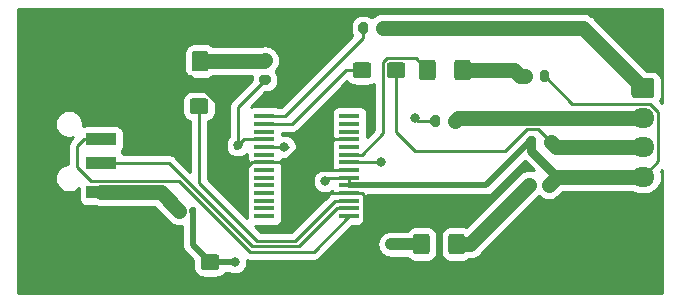
<source format=gtl>
%TF.GenerationSoftware,KiCad,Pcbnew,(5.1.8)-1*%
%TF.CreationDate,2021-08-17T23:37:39+02:00*%
%TF.ProjectId,USB_TLL,5553425f-544c-44c2-9e6b-696361645f70,rev?*%
%TF.SameCoordinates,Original*%
%TF.FileFunction,Copper,L1,Top*%
%TF.FilePolarity,Positive*%
%FSLAX46Y46*%
G04 Gerber Fmt 4.6, Leading zero omitted, Abs format (unit mm)*
G04 Created by KiCad (PCBNEW (5.1.8)-1) date 2021-08-17 23:37:39*
%MOMM*%
%LPD*%
G01*
G04 APERTURE LIST*
%TA.AperFunction,ComponentPad*%
%ADD10O,1.950000X1.700000*%
%TD*%
%TA.AperFunction,SMDPad,CuDef*%
%ADD11R,1.750000X0.450000*%
%TD*%
%TA.AperFunction,ComponentPad*%
%ADD12O,3.500000X1.900000*%
%TD*%
%TA.AperFunction,SMDPad,CuDef*%
%ADD13R,2.500000X1.100000*%
%TD*%
%TA.AperFunction,ViaPad*%
%ADD14C,0.800000*%
%TD*%
%TA.AperFunction,Conductor*%
%ADD15C,1.270000*%
%TD*%
%TA.AperFunction,Conductor*%
%ADD16C,0.250000*%
%TD*%
%TA.AperFunction,Conductor*%
%ADD17C,0.762000*%
%TD*%
%TA.AperFunction,Conductor*%
%ADD18C,0.508000*%
%TD*%
%TA.AperFunction,Conductor*%
%ADD19C,1.016000*%
%TD*%
%TA.AperFunction,Conductor*%
%ADD20C,0.254000*%
%TD*%
%TA.AperFunction,Conductor*%
%ADD21C,0.100000*%
%TD*%
G04 APERTURE END LIST*
D10*
%TO.P,J2,5*%
%TO.N,GND*%
X141224000Y-71976000D03*
%TO.P,J2,4*%
%TO.N,+5V*%
X141224000Y-69476000D03*
%TO.P,J2,3*%
%TO.N,Net-(C3-Pad1)*%
X141224000Y-66976000D03*
%TO.P,J2,2*%
%TO.N,Net-(J2-Pad2)*%
X141224000Y-64476000D03*
%TO.P,J2,1*%
%TO.N,Net-(J2-Pad1)*%
%TA.AperFunction,ComponentPad*%
G36*
G01*
X140499000Y-61126000D02*
X141949000Y-61126000D01*
G75*
G02*
X142199000Y-61376000I0J-250000D01*
G01*
X142199000Y-62576000D01*
G75*
G02*
X141949000Y-62826000I-250000J0D01*
G01*
X140499000Y-62826000D01*
G75*
G02*
X140249000Y-62576000I0J250000D01*
G01*
X140249000Y-61376000D01*
G75*
G02*
X140499000Y-61126000I250000J0D01*
G01*
G37*
%TD.AperFunction*%
%TD*%
D11*
%TO.P,U1,28*%
%TO.N,Net-(U1-Pad28)*%
X116376000Y-64355000D03*
%TO.P,U1,27*%
%TO.N,Net-(U1-Pad27)*%
X116376000Y-65005000D03*
%TO.P,U1,26*%
%TO.N,Net-(U1-Pad26)*%
X116376000Y-65655000D03*
%TO.P,U1,25*%
%TO.N,GND*%
X116376000Y-66305000D03*
%TO.P,U1,24*%
%TO.N,N/C*%
X116376000Y-66955000D03*
%TO.P,U1,23*%
%TO.N,Net-(Rx1-Pad1)*%
X116376000Y-67605000D03*
%TO.P,U1,22*%
%TO.N,Net-(Tx1-Pad1)*%
X116376000Y-68255000D03*
%TO.P,U1,21*%
%TO.N,GND*%
X116376000Y-68905000D03*
%TO.P,U1,20*%
%TO.N,+5V*%
X116376000Y-69555000D03*
%TO.P,U1,19*%
X116376000Y-70205000D03*
%TO.P,U1,18*%
%TO.N,GND*%
X116376000Y-70855000D03*
%TO.P,U1,17*%
%TO.N,Net-(C2-Pad1)*%
X116376000Y-71505000D03*
%TO.P,U1,16*%
%TO.N,Net-(J1-Pad2)*%
X116376000Y-72155000D03*
%TO.P,U1,15*%
%TO.N,Net-(J1-Pad3)*%
X116376000Y-72805000D03*
%TO.P,U1,14*%
%TO.N,Net-(U1-Pad14)*%
X109176000Y-72805000D03*
%TO.P,U1,13*%
%TO.N,Net-(U1-Pad13)*%
X109176000Y-72155000D03*
%TO.P,U1,12*%
%TO.N,Net-(U1-Pad12)*%
X109176000Y-71505000D03*
%TO.P,U1,11*%
%TO.N,Net-(U1-Pad11)*%
X109176000Y-70855000D03*
%TO.P,U1,10*%
%TO.N,Net-(U1-Pad10)*%
X109176000Y-70205000D03*
%TO.P,U1,9*%
%TO.N,Net-(U1-Pad9)*%
X109176000Y-69555000D03*
%TO.P,U1,8*%
%TO.N,N/C*%
X109176000Y-68905000D03*
%TO.P,U1,7*%
%TO.N,GND*%
X109176000Y-68255000D03*
%TO.P,U1,6*%
%TO.N,Net-(U1-Pad6)*%
X109176000Y-67605000D03*
%TO.P,U1,5*%
%TO.N,Net-(R2-Pad2)*%
X109176000Y-66955000D03*
%TO.P,U1,4*%
%TO.N,+5V*%
X109176000Y-66305000D03*
%TO.P,U1,3*%
%TO.N,Net-(U1-Pad3)*%
X109176000Y-65655000D03*
%TO.P,U1,2*%
%TO.N,Net-(C3-Pad2)*%
X109176000Y-65005000D03*
%TO.P,U1,1*%
%TO.N,Net-(R1-Pad2)*%
X109176000Y-64355000D03*
%TD*%
%TO.P,Tx1,2*%
%TO.N,Net-(R5-Pad2)*%
%TA.AperFunction,SMDPad,CuDef*%
G36*
G01*
X124727000Y-75809000D02*
X124727000Y-74559000D01*
G75*
G02*
X124977000Y-74309000I250000J0D01*
G01*
X125902000Y-74309000D01*
G75*
G02*
X126152000Y-74559000I0J-250000D01*
G01*
X126152000Y-75809000D01*
G75*
G02*
X125902000Y-76059000I-250000J0D01*
G01*
X124977000Y-76059000D01*
G75*
G02*
X124727000Y-75809000I0J250000D01*
G01*
G37*
%TD.AperFunction*%
%TO.P,Tx1,1*%
%TO.N,Net-(Tx1-Pad1)*%
%TA.AperFunction,SMDPad,CuDef*%
G36*
G01*
X121752000Y-75809000D02*
X121752000Y-74559000D01*
G75*
G02*
X122002000Y-74309000I250000J0D01*
G01*
X122927000Y-74309000D01*
G75*
G02*
X123177000Y-74559000I0J-250000D01*
G01*
X123177000Y-75809000D01*
G75*
G02*
X122927000Y-76059000I-250000J0D01*
G01*
X122002000Y-76059000D01*
G75*
G02*
X121752000Y-75809000I0J250000D01*
G01*
G37*
%TD.AperFunction*%
%TD*%
%TO.P,Rx1,2*%
%TO.N,Net-(R4-Pad2)*%
%TA.AperFunction,SMDPad,CuDef*%
G36*
G01*
X125235000Y-61077000D02*
X125235000Y-59827000D01*
G75*
G02*
X125485000Y-59577000I250000J0D01*
G01*
X126410000Y-59577000D01*
G75*
G02*
X126660000Y-59827000I0J-250000D01*
G01*
X126660000Y-61077000D01*
G75*
G02*
X126410000Y-61327000I-250000J0D01*
G01*
X125485000Y-61327000D01*
G75*
G02*
X125235000Y-61077000I0J250000D01*
G01*
G37*
%TD.AperFunction*%
%TO.P,Rx1,1*%
%TO.N,Net-(Rx1-Pad1)*%
%TA.AperFunction,SMDPad,CuDef*%
G36*
G01*
X122260000Y-61077000D02*
X122260000Y-59827000D01*
G75*
G02*
X122510000Y-59577000I250000J0D01*
G01*
X123435000Y-59577000D01*
G75*
G02*
X123685000Y-59827000I0J-250000D01*
G01*
X123685000Y-61077000D01*
G75*
G02*
X123435000Y-61327000I-250000J0D01*
G01*
X122510000Y-61327000D01*
G75*
G02*
X122260000Y-61077000I0J250000D01*
G01*
G37*
%TD.AperFunction*%
%TD*%
%TO.P,R6,2*%
%TO.N,Net-(PWD1-Pad2)*%
%TA.AperFunction,SMDPad,CuDef*%
G36*
G01*
X109495000Y-60027000D02*
X108945000Y-60027000D01*
G75*
G02*
X108745000Y-59827000I0J200000D01*
G01*
X108745000Y-59427000D01*
G75*
G02*
X108945000Y-59227000I200000J0D01*
G01*
X109495000Y-59227000D01*
G75*
G02*
X109695000Y-59427000I0J-200000D01*
G01*
X109695000Y-59827000D01*
G75*
G02*
X109495000Y-60027000I-200000J0D01*
G01*
G37*
%TD.AperFunction*%
%TO.P,R6,1*%
%TO.N,+5V*%
%TA.AperFunction,SMDPad,CuDef*%
G36*
G01*
X109495000Y-61677000D02*
X108945000Y-61677000D01*
G75*
G02*
X108745000Y-61477000I0J200000D01*
G01*
X108745000Y-61077000D01*
G75*
G02*
X108945000Y-60877000I200000J0D01*
G01*
X109495000Y-60877000D01*
G75*
G02*
X109695000Y-61077000I0J-200000D01*
G01*
X109695000Y-61477000D01*
G75*
G02*
X109495000Y-61677000I-200000J0D01*
G01*
G37*
%TD.AperFunction*%
%TD*%
%TO.P,R5,2*%
%TO.N,Net-(R5-Pad2)*%
%TA.AperFunction,SMDPad,CuDef*%
G36*
G01*
X132000001Y-69885001D02*
X132000001Y-70435001D01*
G75*
G02*
X131800001Y-70635001I-200000J0D01*
G01*
X131400001Y-70635001D01*
G75*
G02*
X131200001Y-70435001I0J200000D01*
G01*
X131200001Y-69885001D01*
G75*
G02*
X131400001Y-69685001I200000J0D01*
G01*
X131800001Y-69685001D01*
G75*
G02*
X132000001Y-69885001I0J-200000D01*
G01*
G37*
%TD.AperFunction*%
%TO.P,R5,1*%
%TO.N,+5V*%
%TA.AperFunction,SMDPad,CuDef*%
G36*
G01*
X133650001Y-69885001D02*
X133650001Y-70435001D01*
G75*
G02*
X133450001Y-70635001I-200000J0D01*
G01*
X133050001Y-70635001D01*
G75*
G02*
X132850001Y-70435001I0J200000D01*
G01*
X132850001Y-69885001D01*
G75*
G02*
X133050001Y-69685001I200000J0D01*
G01*
X133450001Y-69685001D01*
G75*
G02*
X133650001Y-69885001I0J-200000D01*
G01*
G37*
%TD.AperFunction*%
%TD*%
%TO.P,R4,2*%
%TO.N,Net-(R4-Pad2)*%
%TA.AperFunction,SMDPad,CuDef*%
G36*
G01*
X131655000Y-60685000D02*
X131655000Y-61235000D01*
G75*
G02*
X131455000Y-61435000I-200000J0D01*
G01*
X131055000Y-61435000D01*
G75*
G02*
X130855000Y-61235000I0J200000D01*
G01*
X130855000Y-60685000D01*
G75*
G02*
X131055000Y-60485000I200000J0D01*
G01*
X131455000Y-60485000D01*
G75*
G02*
X131655000Y-60685000I0J-200000D01*
G01*
G37*
%TD.AperFunction*%
%TO.P,R4,1*%
%TO.N,+5V*%
%TA.AperFunction,SMDPad,CuDef*%
G36*
G01*
X133305000Y-60685000D02*
X133305000Y-61235000D01*
G75*
G02*
X133105000Y-61435000I-200000J0D01*
G01*
X132705000Y-61435000D01*
G75*
G02*
X132505000Y-61235000I0J200000D01*
G01*
X132505000Y-60685000D01*
G75*
G02*
X132705000Y-60485000I200000J0D01*
G01*
X133105000Y-60485000D01*
G75*
G02*
X133305000Y-60685000I0J-200000D01*
G01*
G37*
%TD.AperFunction*%
%TD*%
%TO.P,R3,2*%
%TO.N,Net-(C3-Pad1)*%
%TA.AperFunction,SMDPad,CuDef*%
G36*
G01*
X133013000Y-66823000D02*
X133013000Y-66273000D01*
G75*
G02*
X133213000Y-66073000I200000J0D01*
G01*
X133613000Y-66073000D01*
G75*
G02*
X133813000Y-66273000I0J-200000D01*
G01*
X133813000Y-66823000D01*
G75*
G02*
X133613000Y-67023000I-200000J0D01*
G01*
X133213000Y-67023000D01*
G75*
G02*
X133013000Y-66823000I0J200000D01*
G01*
G37*
%TD.AperFunction*%
%TO.P,R3,1*%
%TO.N,+5V*%
%TA.AperFunction,SMDPad,CuDef*%
G36*
G01*
X131363000Y-66823000D02*
X131363000Y-66273000D01*
G75*
G02*
X131563000Y-66073000I200000J0D01*
G01*
X131963000Y-66073000D01*
G75*
G02*
X132163000Y-66273000I0J-200000D01*
G01*
X132163000Y-66823000D01*
G75*
G02*
X131963000Y-67023000I-200000J0D01*
G01*
X131563000Y-67023000D01*
G75*
G02*
X131363000Y-66823000I0J200000D01*
G01*
G37*
%TD.AperFunction*%
%TD*%
%TO.P,R2,2*%
%TO.N,Net-(R2-Pad2)*%
%TA.AperFunction,SMDPad,CuDef*%
G36*
G01*
X124035000Y-64495000D02*
X124035000Y-65045000D01*
G75*
G02*
X123835000Y-65245000I-200000J0D01*
G01*
X123435000Y-65245000D01*
G75*
G02*
X123235000Y-65045000I0J200000D01*
G01*
X123235000Y-64495000D01*
G75*
G02*
X123435000Y-64295000I200000J0D01*
G01*
X123835000Y-64295000D01*
G75*
G02*
X124035000Y-64495000I0J-200000D01*
G01*
G37*
%TD.AperFunction*%
%TO.P,R2,1*%
%TO.N,Net-(J2-Pad2)*%
%TA.AperFunction,SMDPad,CuDef*%
G36*
G01*
X125685000Y-64495000D02*
X125685000Y-65045000D01*
G75*
G02*
X125485000Y-65245000I-200000J0D01*
G01*
X125085000Y-65245000D01*
G75*
G02*
X124885000Y-65045000I0J200000D01*
G01*
X124885000Y-64495000D01*
G75*
G02*
X125085000Y-64295000I200000J0D01*
G01*
X125485000Y-64295000D01*
G75*
G02*
X125685000Y-64495000I0J-200000D01*
G01*
G37*
%TD.AperFunction*%
%TD*%
%TO.P,R1,2*%
%TO.N,Net-(R1-Pad2)*%
%TA.AperFunction,SMDPad,CuDef*%
G36*
G01*
X117939000Y-56621000D02*
X117939000Y-57171000D01*
G75*
G02*
X117739000Y-57371000I-200000J0D01*
G01*
X117339000Y-57371000D01*
G75*
G02*
X117139000Y-57171000I0J200000D01*
G01*
X117139000Y-56621000D01*
G75*
G02*
X117339000Y-56421000I200000J0D01*
G01*
X117739000Y-56421000D01*
G75*
G02*
X117939000Y-56621000I0J-200000D01*
G01*
G37*
%TD.AperFunction*%
%TO.P,R1,1*%
%TO.N,Net-(J2-Pad1)*%
%TA.AperFunction,SMDPad,CuDef*%
G36*
G01*
X119589000Y-56621000D02*
X119589000Y-57171000D01*
G75*
G02*
X119389000Y-57371000I-200000J0D01*
G01*
X118989000Y-57371000D01*
G75*
G02*
X118789000Y-57171000I0J200000D01*
G01*
X118789000Y-56621000D01*
G75*
G02*
X118989000Y-56421000I200000J0D01*
G01*
X119389000Y-56421000D01*
G75*
G02*
X119589000Y-56621000I0J-200000D01*
G01*
G37*
%TD.AperFunction*%
%TD*%
%TO.P,PWD1,2*%
%TO.N,Net-(PWD1-Pad2)*%
%TA.AperFunction,SMDPad,CuDef*%
G36*
G01*
X103010000Y-60315000D02*
X103010000Y-59065000D01*
G75*
G02*
X103260000Y-58815000I250000J0D01*
G01*
X104185000Y-58815000D01*
G75*
G02*
X104435000Y-59065000I0J-250000D01*
G01*
X104435000Y-60315000D01*
G75*
G02*
X104185000Y-60565000I-250000J0D01*
G01*
X103260000Y-60565000D01*
G75*
G02*
X103010000Y-60315000I0J250000D01*
G01*
G37*
%TD.AperFunction*%
%TO.P,PWD1,1*%
%TO.N,GND*%
%TA.AperFunction,SMDPad,CuDef*%
G36*
G01*
X100035000Y-60315000D02*
X100035000Y-59065000D01*
G75*
G02*
X100285000Y-58815000I250000J0D01*
G01*
X101210000Y-58815000D01*
G75*
G02*
X101460000Y-59065000I0J-250000D01*
G01*
X101460000Y-60315000D01*
G75*
G02*
X101210000Y-60565000I-250000J0D01*
G01*
X100285000Y-60565000D01*
G75*
G02*
X100035000Y-60315000I0J250000D01*
G01*
G37*
%TD.AperFunction*%
%TD*%
D12*
%TO.P,J1,5*%
%TO.N,GND*%
X92625000Y-61610000D03*
X92625000Y-73010000D03*
D13*
%TO.P,J1,4*%
X95375000Y-63810000D03*
%TO.P,J1,1*%
%TO.N,Net-(F1-Pad2)*%
X95375000Y-70810000D03*
%TO.P,J1,3*%
%TO.N,Net-(J1-Pad3)*%
X95375000Y-66310000D03*
%TO.P,J1,2*%
%TO.N,Net-(J1-Pad2)*%
X95375000Y-68310000D03*
%TD*%
%TO.P,F1,2*%
%TO.N,Net-(F1-Pad2)*%
%TA.AperFunction,SMDPad,CuDef*%
G36*
G01*
X102426000Y-72217500D02*
X102426000Y-72562500D01*
G75*
G02*
X102278500Y-72710000I-147500J0D01*
G01*
X101983500Y-72710000D01*
G75*
G02*
X101836000Y-72562500I0J147500D01*
G01*
X101836000Y-72217500D01*
G75*
G02*
X101983500Y-72070000I147500J0D01*
G01*
X102278500Y-72070000D01*
G75*
G02*
X102426000Y-72217500I0J-147500D01*
G01*
G37*
%TD.AperFunction*%
%TO.P,F1,1*%
%TO.N,+5V*%
%TA.AperFunction,SMDPad,CuDef*%
G36*
G01*
X103396000Y-72217500D02*
X103396000Y-72562500D01*
G75*
G02*
X103248500Y-72710000I-147500J0D01*
G01*
X102953500Y-72710000D01*
G75*
G02*
X102806000Y-72562500I0J147500D01*
G01*
X102806000Y-72217500D01*
G75*
G02*
X102953500Y-72070000I147500J0D01*
G01*
X103248500Y-72070000D01*
G75*
G02*
X103396000Y-72217500I0J-147500D01*
G01*
G37*
%TD.AperFunction*%
%TD*%
%TO.P,C3,2*%
%TO.N,Net-(C3-Pad2)*%
%TA.AperFunction,SMDPad,CuDef*%
G36*
G01*
X118222000Y-60026999D02*
X118222000Y-60877001D01*
G75*
G02*
X117972001Y-61127000I-249999J0D01*
G01*
X116896999Y-61127000D01*
G75*
G02*
X116647000Y-60877001I0J249999D01*
G01*
X116647000Y-60026999D01*
G75*
G02*
X116896999Y-59777000I249999J0D01*
G01*
X117972001Y-59777000D01*
G75*
G02*
X118222000Y-60026999I0J-249999D01*
G01*
G37*
%TD.AperFunction*%
%TO.P,C3,1*%
%TO.N,Net-(C3-Pad1)*%
%TA.AperFunction,SMDPad,CuDef*%
G36*
G01*
X121097000Y-60026999D02*
X121097000Y-60877001D01*
G75*
G02*
X120847001Y-61127000I-249999J0D01*
G01*
X119771999Y-61127000D01*
G75*
G02*
X119522000Y-60877001I0J249999D01*
G01*
X119522000Y-60026999D01*
G75*
G02*
X119771999Y-59777000I249999J0D01*
G01*
X120847001Y-59777000D01*
G75*
G02*
X121097000Y-60026999I0J-249999D01*
G01*
G37*
%TD.AperFunction*%
%TD*%
%TO.P,C2,2*%
%TO.N,GND*%
%TA.AperFunction,SMDPad,CuDef*%
G36*
G01*
X101544500Y-63074999D02*
X101544500Y-63925001D01*
G75*
G02*
X101294501Y-64175000I-249999J0D01*
G01*
X100219499Y-64175000D01*
G75*
G02*
X99969500Y-63925001I0J249999D01*
G01*
X99969500Y-63074999D01*
G75*
G02*
X100219499Y-62825000I249999J0D01*
G01*
X101294501Y-62825000D01*
G75*
G02*
X101544500Y-63074999I0J-249999D01*
G01*
G37*
%TD.AperFunction*%
%TO.P,C2,1*%
%TO.N,Net-(C2-Pad1)*%
%TA.AperFunction,SMDPad,CuDef*%
G36*
G01*
X104419500Y-63074999D02*
X104419500Y-63925001D01*
G75*
G02*
X104169501Y-64175000I-249999J0D01*
G01*
X103094499Y-64175000D01*
G75*
G02*
X102844500Y-63925001I0J249999D01*
G01*
X102844500Y-63074999D01*
G75*
G02*
X103094499Y-62825000I249999J0D01*
G01*
X104169501Y-62825000D01*
G75*
G02*
X104419500Y-63074999I0J-249999D01*
G01*
G37*
%TD.AperFunction*%
%TD*%
%TO.P,C1,2*%
%TO.N,GND*%
%TA.AperFunction,SMDPad,CuDef*%
G36*
G01*
X102474000Y-76282999D02*
X102474000Y-77133001D01*
G75*
G02*
X102224001Y-77383000I-249999J0D01*
G01*
X101148999Y-77383000D01*
G75*
G02*
X100899000Y-77133001I0J249999D01*
G01*
X100899000Y-76282999D01*
G75*
G02*
X101148999Y-76033000I249999J0D01*
G01*
X102224001Y-76033000D01*
G75*
G02*
X102474000Y-76282999I0J-249999D01*
G01*
G37*
%TD.AperFunction*%
%TO.P,C1,1*%
%TO.N,+5V*%
%TA.AperFunction,SMDPad,CuDef*%
G36*
G01*
X105349000Y-76282999D02*
X105349000Y-77133001D01*
G75*
G02*
X105099001Y-77383000I-249999J0D01*
G01*
X104023999Y-77383000D01*
G75*
G02*
X103774000Y-77133001I0J249999D01*
G01*
X103774000Y-76282999D01*
G75*
G02*
X104023999Y-76033000I249999J0D01*
G01*
X105099001Y-76033000D01*
G75*
G02*
X105349000Y-76282999I0J-249999D01*
G01*
G37*
%TD.AperFunction*%
%TD*%
D14*
%TO.N,GND*%
X107247999Y-69147999D03*
X108712000Y-78740000D03*
%TO.N,+5V*%
X106680000Y-76708000D03*
X106934000Y-66802000D03*
X114300000Y-69850000D03*
%TO.N,Net-(R2-Pad2)*%
X121920000Y-64516000D03*
X110845000Y-66955000D03*
%TO.N,Net-(Tx1-Pad1)*%
X119055000Y-68255000D03*
X119888000Y-75184000D03*
%TD*%
D15*
%TO.N,GND*%
X93175000Y-61610000D02*
X95375000Y-63810000D01*
X92625000Y-61610000D02*
X93175000Y-61610000D01*
X100447000Y-63810000D02*
X100757000Y-63500000D01*
X95375000Y-63810000D02*
X100447000Y-63810000D01*
X100747500Y-63490500D02*
X100757000Y-63500000D01*
X100747500Y-59690000D02*
X100747500Y-63490500D01*
X92625000Y-73010000D02*
X92625000Y-73575000D01*
X95758000Y-76708000D02*
X101686500Y-76708000D01*
X92625000Y-73575000D02*
X95758000Y-76708000D01*
X141224000Y-71976000D02*
X141224000Y-72136000D01*
X141224000Y-72136000D02*
X134620000Y-78740000D01*
X103718500Y-78740000D02*
X101686500Y-76708000D01*
X134620000Y-78740000D02*
X108712000Y-78740000D01*
D16*
X108140998Y-68255000D02*
X107247999Y-69147999D01*
X109176000Y-68255000D02*
X108140998Y-68255000D01*
X107247999Y-69147999D02*
X107188000Y-69207998D01*
D15*
X108712000Y-78740000D02*
X103718500Y-78740000D01*
D16*
X107247999Y-69147999D02*
X105664000Y-67564000D01*
X105664000Y-63756310D02*
X102867690Y-60960000D01*
X105664000Y-67564000D02*
X105664000Y-63756310D01*
X102017500Y-60960000D02*
X100747500Y-59690000D01*
X102867690Y-60960000D02*
X102017500Y-60960000D01*
X112126002Y-78740000D02*
X108712000Y-78740000D01*
X117576001Y-73290001D02*
X112126002Y-78740000D01*
X117576001Y-71019999D02*
X117576001Y-73290001D01*
X117411002Y-70855000D02*
X117576001Y-71019999D01*
X116376000Y-70855000D02*
X117411002Y-70855000D01*
X110815000Y-68255000D02*
X109176000Y-68255000D01*
X112765000Y-66305000D02*
X110815000Y-68255000D01*
X116376000Y-66305000D02*
X112765000Y-66305000D01*
X111465000Y-68905000D02*
X110815000Y-68255000D01*
X116376000Y-68905000D02*
X111465000Y-68905000D01*
X113415000Y-70855000D02*
X111465000Y-68905000D01*
X116376000Y-70855000D02*
X113415000Y-70855000D01*
D15*
%TO.N,+5V*%
X133934002Y-69476000D02*
X133250001Y-70160001D01*
X141224000Y-69476000D02*
X133934002Y-69476000D01*
D17*
X131763000Y-67304998D02*
X133934002Y-69476000D01*
X131763000Y-66548000D02*
X131763000Y-67304998D01*
D18*
X131763000Y-66548000D02*
X131572000Y-66548000D01*
X127944001Y-70175999D02*
X116376000Y-70175999D01*
X131572000Y-66548000D02*
X127944001Y-70175999D01*
D16*
X135245990Y-63300990D02*
X132905000Y-60960000D01*
X141835705Y-63300990D02*
X135245990Y-63300990D01*
X142524010Y-63989295D02*
X141835705Y-63300990D01*
X142524010Y-68175990D02*
X142524010Y-63989295D01*
X141224000Y-69476000D02*
X142524010Y-68175990D01*
D18*
X103101000Y-75247500D02*
X103101000Y-72390000D01*
X104561500Y-76708000D02*
X103101000Y-75247500D01*
X104561500Y-76708000D02*
X106172000Y-76708000D01*
X106172000Y-76708000D02*
X106172000Y-76708000D01*
X106172000Y-76708000D02*
X106680000Y-76708000D01*
X106680000Y-76708000D02*
X106680000Y-76708000D01*
D16*
X109176000Y-66305000D02*
X107431000Y-66305000D01*
X107431000Y-66305000D02*
X106934000Y-66802000D01*
X106934000Y-66802000D02*
X106680000Y-67056000D01*
X106934000Y-63563000D02*
X106934000Y-66802000D01*
X109220000Y-61277000D02*
X106934000Y-63563000D01*
X116376000Y-70205000D02*
X116376000Y-69555000D01*
X116376000Y-69555000D02*
X114595000Y-69555000D01*
X114595000Y-69555000D02*
X114300000Y-69850000D01*
X114300000Y-69850000D02*
X114300000Y-69850000D01*
%TO.N,Net-(C2-Pad1)*%
X111760000Y-74930000D02*
X115185000Y-71505000D01*
X108585000Y-74930000D02*
X111760000Y-74930000D01*
X103632000Y-69977000D02*
X108585000Y-74930000D01*
X115185000Y-71505000D02*
X116376000Y-71505000D01*
X103632000Y-63500000D02*
X103632000Y-69977000D01*
%TO.N,Net-(C3-Pad2)*%
X117434500Y-60452000D02*
X116078000Y-60452000D01*
X111525000Y-65005000D02*
X109176000Y-65005000D01*
X116078000Y-60452000D02*
X111525000Y-65005000D01*
D15*
%TO.N,Net-(C3-Pad1)*%
X133841000Y-66976000D02*
X133413000Y-66548000D01*
X141224000Y-66976000D02*
X133841000Y-66976000D01*
D16*
X120309500Y-65699500D02*
X120309500Y-60452000D01*
X121920000Y-67310000D02*
X120309500Y-65699500D01*
X129540000Y-67310000D02*
X121920000Y-67310000D01*
X131413990Y-65436010D02*
X129540000Y-67310000D01*
X132301010Y-65436010D02*
X131413990Y-65436010D01*
X133413000Y-66548000D02*
X132301010Y-65436010D01*
D15*
%TO.N,Net-(F1-Pad2)*%
X100390990Y-70810000D02*
X101970990Y-72390000D01*
X95375000Y-70810000D02*
X100390990Y-70810000D01*
D16*
%TO.N,Net-(J1-Pad3)*%
X113350980Y-75830020D02*
X116376000Y-72805000D01*
X107948590Y-75830020D02*
X113350980Y-75830020D01*
X101968560Y-69849990D02*
X107948590Y-75830020D01*
X94529988Y-69849990D02*
X101968560Y-69849990D01*
X93345000Y-68665002D02*
X94529988Y-69849990D01*
X93345000Y-66840000D02*
X93345000Y-68665002D01*
X93875000Y-66310000D02*
X93345000Y-66840000D01*
X95375000Y-66310000D02*
X93875000Y-66310000D01*
%TO.N,Net-(J1-Pad2)*%
X101064980Y-68310000D02*
X100060000Y-68310000D01*
X112115988Y-75380010D02*
X108134990Y-75380010D01*
X115340998Y-72155000D02*
X112115988Y-75380010D01*
X116376000Y-72155000D02*
X115340998Y-72155000D01*
X108134990Y-75380010D02*
X101064980Y-68310000D01*
X95375000Y-68310000D02*
X100060000Y-68310000D01*
D15*
%TO.N,Net-(J2-Pad2)*%
X125579000Y-64476000D02*
X125285000Y-64770000D01*
X141224000Y-64476000D02*
X125579000Y-64476000D01*
%TO.N,Net-(J2-Pad1)*%
X136144000Y-56896000D02*
X141224000Y-61976000D01*
X119189000Y-56896000D02*
X136144000Y-56896000D01*
%TO.N,Net-(PWD1-Pad2)*%
X109157000Y-59690000D02*
X109220000Y-59627000D01*
X103722500Y-59690000D02*
X109157000Y-59690000D01*
D16*
%TO.N,Net-(R1-Pad2)*%
X117539000Y-56896000D02*
X117539000Y-57721000D01*
X110905000Y-64355000D02*
X109176000Y-64355000D01*
X117539000Y-57721000D02*
X110905000Y-64355000D01*
%TO.N,Net-(R2-Pad2)*%
X123635000Y-64770000D02*
X122174000Y-64770000D01*
X122174000Y-64770000D02*
X121920000Y-64516000D01*
X121920000Y-64516000D02*
X121920000Y-64516000D01*
X109176000Y-66955000D02*
X110845000Y-66955000D01*
X110845000Y-66955000D02*
X111151000Y-66955000D01*
D15*
%TO.N,Net-(R4-Pad2)*%
X126963500Y-60452000D02*
X130302000Y-60452000D01*
X130810000Y-60960000D02*
X131255000Y-60960000D01*
X130302000Y-60452000D02*
X130810000Y-60960000D01*
X126963500Y-60452000D02*
X125947500Y-60452000D01*
%TO.N,Net-(R5-Pad2)*%
X126576002Y-75184000D02*
X131600001Y-70160001D01*
X125439500Y-75184000D02*
X126576002Y-75184000D01*
D16*
%TO.N,Net-(Rx1-Pad1)*%
X117411002Y-67605000D02*
X116376000Y-67605000D01*
X119196990Y-65819012D02*
X117411002Y-67605000D01*
X119196990Y-59788820D02*
X119196990Y-65819012D01*
X119533820Y-59451990D02*
X119196990Y-59788820D01*
X121972490Y-59451990D02*
X119533820Y-59451990D01*
X122972500Y-60452000D02*
X121972490Y-59451990D01*
%TO.N,Net-(Tx1-Pad1)*%
X116376000Y-68255000D02*
X119055000Y-68255000D01*
X119055000Y-68255000D02*
X119055000Y-68255000D01*
D19*
X122464500Y-75184000D02*
X119888000Y-75184000D01*
%TD*%
D20*
%TO.N,GND*%
X142850001Y-63240484D02*
X142683572Y-63074056D01*
X142687405Y-63069386D01*
X142769472Y-62915850D01*
X142820008Y-62749254D01*
X142837072Y-62576000D01*
X142837072Y-61376000D01*
X142820008Y-61202746D01*
X142769472Y-61036150D01*
X142687405Y-60882614D01*
X142576962Y-60748038D01*
X142442386Y-60637595D01*
X142288850Y-60555528D01*
X142122254Y-60504992D01*
X141949000Y-60487928D01*
X141531980Y-60487928D01*
X137086141Y-56042091D01*
X137046370Y-55993630D01*
X136852988Y-55834925D01*
X136632359Y-55716997D01*
X136392963Y-55644377D01*
X136206380Y-55626000D01*
X136206373Y-55626000D01*
X136144000Y-55619857D01*
X136081627Y-55626000D01*
X119126620Y-55626000D01*
X118940037Y-55644377D01*
X118700641Y-55716997D01*
X118480012Y-55834925D01*
X118287938Y-55992556D01*
X118204608Y-55924169D01*
X118059716Y-55846722D01*
X117902500Y-55799031D01*
X117739000Y-55782928D01*
X117339000Y-55782928D01*
X117175500Y-55799031D01*
X117018284Y-55846722D01*
X116873392Y-55924169D01*
X116746394Y-56028394D01*
X116642169Y-56155392D01*
X116564722Y-56300284D01*
X116517031Y-56457500D01*
X116500928Y-56621000D01*
X116500928Y-57171000D01*
X116517031Y-57334500D01*
X116564722Y-57491716D01*
X116609573Y-57575625D01*
X110590199Y-63595000D01*
X110397144Y-63595000D01*
X110295180Y-63540498D01*
X110175482Y-63504188D01*
X110051000Y-63491928D01*
X108301000Y-63491928D01*
X108176518Y-63504188D01*
X108056820Y-63540498D01*
X108002002Y-63569799D01*
X109256730Y-62315072D01*
X109495000Y-62315072D01*
X109658500Y-62298969D01*
X109815716Y-62251278D01*
X109960608Y-62173831D01*
X110087606Y-62069606D01*
X110191831Y-61942608D01*
X110269278Y-61797716D01*
X110316969Y-61640500D01*
X110333072Y-61477000D01*
X110333072Y-61077000D01*
X110316969Y-60913500D01*
X110269278Y-60756284D01*
X110191831Y-60611392D01*
X110119632Y-60523418D01*
X110162134Y-60480916D01*
X110281074Y-60335988D01*
X110399002Y-60115359D01*
X110471623Y-59875963D01*
X110496143Y-59627001D01*
X110471623Y-59378038D01*
X110399002Y-59138642D01*
X110281074Y-58918013D01*
X110122369Y-58724631D01*
X109928987Y-58565926D01*
X109708358Y-58447998D01*
X109468962Y-58375377D01*
X109219999Y-58350857D01*
X108971037Y-58375377D01*
X108823937Y-58420000D01*
X104792201Y-58420000D01*
X104678386Y-58326595D01*
X104524850Y-58244528D01*
X104358254Y-58193992D01*
X104185000Y-58176928D01*
X103260000Y-58176928D01*
X103086746Y-58193992D01*
X102920150Y-58244528D01*
X102766614Y-58326595D01*
X102632038Y-58437038D01*
X102521595Y-58571614D01*
X102439528Y-58725150D01*
X102388992Y-58891746D01*
X102371928Y-59065000D01*
X102371928Y-60315000D01*
X102388992Y-60488254D01*
X102439528Y-60654850D01*
X102521595Y-60808386D01*
X102632038Y-60942962D01*
X102766614Y-61053405D01*
X102920150Y-61135472D01*
X103086746Y-61186008D01*
X103260000Y-61203072D01*
X104185000Y-61203072D01*
X104358254Y-61186008D01*
X104524850Y-61135472D01*
X104678386Y-61053405D01*
X104792201Y-60960000D01*
X108118451Y-60960000D01*
X108106928Y-61077000D01*
X108106928Y-61315270D01*
X106423003Y-62999196D01*
X106393999Y-63022999D01*
X106338871Y-63090174D01*
X106299026Y-63138724D01*
X106238402Y-63252143D01*
X106228454Y-63270754D01*
X106184997Y-63414015D01*
X106174000Y-63525668D01*
X106174000Y-63525678D01*
X106170324Y-63563000D01*
X106174000Y-63600323D01*
X106174001Y-66098288D01*
X106130063Y-66142226D01*
X106016795Y-66311744D01*
X105938774Y-66500102D01*
X105899000Y-66700061D01*
X105899000Y-66903939D01*
X105920604Y-67012549D01*
X105916324Y-67056000D01*
X105930998Y-67204985D01*
X105974454Y-67348246D01*
X106045026Y-67480276D01*
X106139999Y-67596001D01*
X106255724Y-67690974D01*
X106387754Y-67761546D01*
X106531015Y-67805002D01*
X106680000Y-67819676D01*
X106723451Y-67815396D01*
X106832061Y-67837000D01*
X107035939Y-67837000D01*
X107235898Y-67797226D01*
X107424256Y-67719205D01*
X107593774Y-67605937D01*
X107662928Y-67536783D01*
X107662928Y-67830000D01*
X107675188Y-67954482D01*
X107711498Y-68074180D01*
X107770463Y-68184494D01*
X107828326Y-68255000D01*
X107770463Y-68325506D01*
X107711498Y-68435820D01*
X107675188Y-68555518D01*
X107662928Y-68680000D01*
X107662928Y-69130000D01*
X107672777Y-69230000D01*
X107662928Y-69330000D01*
X107662928Y-69780000D01*
X107672777Y-69880000D01*
X107662928Y-69980000D01*
X107662928Y-70430000D01*
X107672777Y-70530000D01*
X107662928Y-70630000D01*
X107662928Y-71080000D01*
X107672777Y-71180000D01*
X107662928Y-71280000D01*
X107662928Y-71730000D01*
X107672777Y-71830000D01*
X107662928Y-71930000D01*
X107662928Y-72380000D01*
X107672777Y-72480000D01*
X107662928Y-72580000D01*
X107662928Y-72933126D01*
X104392000Y-69662199D01*
X104392000Y-64781070D01*
X104509351Y-64745472D01*
X104662887Y-64663405D01*
X104797462Y-64552962D01*
X104907905Y-64418387D01*
X104989972Y-64264851D01*
X105040508Y-64098255D01*
X105057572Y-63925001D01*
X105057572Y-63074999D01*
X105040508Y-62901745D01*
X104989972Y-62735149D01*
X104907905Y-62581613D01*
X104797462Y-62447038D01*
X104662887Y-62336595D01*
X104509351Y-62254528D01*
X104342755Y-62203992D01*
X104169501Y-62186928D01*
X103094499Y-62186928D01*
X102921245Y-62203992D01*
X102754649Y-62254528D01*
X102601113Y-62336595D01*
X102466538Y-62447038D01*
X102356095Y-62581613D01*
X102274028Y-62735149D01*
X102223492Y-62901745D01*
X102206428Y-63074999D01*
X102206428Y-63925001D01*
X102223492Y-64098255D01*
X102274028Y-64264851D01*
X102356095Y-64418387D01*
X102466538Y-64552962D01*
X102601113Y-64663405D01*
X102754649Y-64745472D01*
X102872000Y-64781070D01*
X102872001Y-69042220D01*
X101628784Y-67799003D01*
X101604981Y-67769999D01*
X101489256Y-67675026D01*
X101357227Y-67604454D01*
X101213966Y-67560997D01*
X101102313Y-67550000D01*
X101102302Y-67550000D01*
X101064980Y-67546324D01*
X101027658Y-67550000D01*
X97224870Y-67550000D01*
X97214502Y-67515820D01*
X97155537Y-67405506D01*
X97077158Y-67310000D01*
X97155537Y-67214494D01*
X97214502Y-67104180D01*
X97250812Y-66984482D01*
X97263072Y-66860000D01*
X97263072Y-65760000D01*
X97250812Y-65635518D01*
X97214502Y-65515820D01*
X97155537Y-65405506D01*
X97076185Y-65308815D01*
X96979494Y-65229463D01*
X96869180Y-65170498D01*
X96749482Y-65134188D01*
X96625000Y-65121928D01*
X94125000Y-65121928D01*
X94000518Y-65134188D01*
X93880820Y-65170498D01*
X93791829Y-65218066D01*
X93810000Y-65126712D01*
X93810000Y-64893288D01*
X93764461Y-64664348D01*
X93675134Y-64448692D01*
X93545450Y-64254606D01*
X93380394Y-64089550D01*
X93186308Y-63959866D01*
X92970652Y-63870539D01*
X92741712Y-63825000D01*
X92508288Y-63825000D01*
X92279348Y-63870539D01*
X92063692Y-63959866D01*
X91869606Y-64089550D01*
X91704550Y-64254606D01*
X91574866Y-64448692D01*
X91485539Y-64664348D01*
X91440000Y-64893288D01*
X91440000Y-65126712D01*
X91485539Y-65355652D01*
X91574866Y-65571308D01*
X91704550Y-65765394D01*
X91869606Y-65930450D01*
X92063692Y-66060134D01*
X92279348Y-66149461D01*
X92508288Y-66195000D01*
X92741712Y-66195000D01*
X92958276Y-66151923D01*
X92834002Y-66276197D01*
X92804999Y-66299999D01*
X92764926Y-66348829D01*
X92710026Y-66415724D01*
X92651853Y-66524558D01*
X92639454Y-66547754D01*
X92595997Y-66691015D01*
X92585000Y-66802668D01*
X92585000Y-66802678D01*
X92581324Y-66840000D01*
X92585000Y-66877323D01*
X92585001Y-68425000D01*
X92508288Y-68425000D01*
X92279348Y-68470539D01*
X92063692Y-68559866D01*
X91869606Y-68689550D01*
X91704550Y-68854606D01*
X91574866Y-69048692D01*
X91485539Y-69264348D01*
X91440000Y-69493288D01*
X91440000Y-69726712D01*
X91485539Y-69955652D01*
X91574866Y-70171308D01*
X91704550Y-70365394D01*
X91869606Y-70530450D01*
X92063692Y-70660134D01*
X92279348Y-70749461D01*
X92508288Y-70795000D01*
X92741712Y-70795000D01*
X92970652Y-70749461D01*
X93186308Y-70660134D01*
X93380394Y-70530450D01*
X93486928Y-70423916D01*
X93486928Y-71360000D01*
X93499188Y-71484482D01*
X93535498Y-71604180D01*
X93594463Y-71714494D01*
X93673815Y-71811185D01*
X93770506Y-71890537D01*
X93880820Y-71949502D01*
X94000518Y-71985812D01*
X94125000Y-71998072D01*
X94916537Y-71998072D01*
X95126037Y-72061623D01*
X95312620Y-72080000D01*
X99864940Y-72080000D01*
X101117073Y-73332134D01*
X101262002Y-73451074D01*
X101482630Y-73569002D01*
X101722026Y-73641623D01*
X101970989Y-73666143D01*
X102212001Y-73642406D01*
X102212000Y-75203840D01*
X102207700Y-75247500D01*
X102212000Y-75291160D01*
X102212000Y-75291166D01*
X102220751Y-75380010D01*
X102224864Y-75421774D01*
X102244316Y-75485898D01*
X102275697Y-75589350D01*
X102358247Y-75743790D01*
X102469341Y-75879159D01*
X102503264Y-75906999D01*
X103135928Y-76539663D01*
X103135928Y-77133001D01*
X103152992Y-77306255D01*
X103203528Y-77472851D01*
X103285595Y-77626387D01*
X103396038Y-77760962D01*
X103530613Y-77871405D01*
X103684149Y-77953472D01*
X103850745Y-78004008D01*
X104023999Y-78021072D01*
X105099001Y-78021072D01*
X105272255Y-78004008D01*
X105438851Y-77953472D01*
X105592387Y-77871405D01*
X105726962Y-77760962D01*
X105837405Y-77626387D01*
X105853113Y-77597000D01*
X106147532Y-77597000D01*
X106189744Y-77625205D01*
X106378102Y-77703226D01*
X106578061Y-77743000D01*
X106781939Y-77743000D01*
X106981898Y-77703226D01*
X107170256Y-77625205D01*
X107339774Y-77511937D01*
X107483937Y-77367774D01*
X107597205Y-77198256D01*
X107675226Y-77009898D01*
X107715000Y-76809939D01*
X107715000Y-76606061D01*
X107703844Y-76549975D01*
X107799604Y-76579023D01*
X107948590Y-76593697D01*
X107985923Y-76590020D01*
X113313658Y-76590020D01*
X113350980Y-76593696D01*
X113388302Y-76590020D01*
X113388313Y-76590020D01*
X113499966Y-76579023D01*
X113643227Y-76535566D01*
X113775256Y-76464994D01*
X113890981Y-76370021D01*
X113914784Y-76341017D01*
X115071801Y-75184000D01*
X118739470Y-75184000D01*
X118761539Y-75408067D01*
X118826897Y-75623523D01*
X118933032Y-75822089D01*
X119075867Y-75996133D01*
X119249911Y-76138968D01*
X119448477Y-76245103D01*
X119663933Y-76310461D01*
X119831854Y-76327000D01*
X121283795Y-76327000D01*
X121374038Y-76436962D01*
X121508614Y-76547405D01*
X121662150Y-76629472D01*
X121828746Y-76680008D01*
X122002000Y-76697072D01*
X122927000Y-76697072D01*
X123100254Y-76680008D01*
X123266850Y-76629472D01*
X123420386Y-76547405D01*
X123554962Y-76436962D01*
X123665405Y-76302386D01*
X123747472Y-76148850D01*
X123798008Y-75982254D01*
X123815072Y-75809000D01*
X123815072Y-74559000D01*
X123798008Y-74385746D01*
X123747472Y-74219150D01*
X123665405Y-74065614D01*
X123554962Y-73931038D01*
X123420386Y-73820595D01*
X123266850Y-73738528D01*
X123100254Y-73687992D01*
X122927000Y-73670928D01*
X122002000Y-73670928D01*
X121828746Y-73687992D01*
X121662150Y-73738528D01*
X121508614Y-73820595D01*
X121374038Y-73931038D01*
X121283795Y-74041000D01*
X119831854Y-74041000D01*
X119663933Y-74057539D01*
X119448477Y-74122897D01*
X119249911Y-74229032D01*
X119075867Y-74371867D01*
X118933032Y-74545911D01*
X118826897Y-74744477D01*
X118761539Y-74959933D01*
X118739470Y-75184000D01*
X115071801Y-75184000D01*
X116587730Y-73668072D01*
X117251000Y-73668072D01*
X117375482Y-73655812D01*
X117495180Y-73619502D01*
X117605494Y-73560537D01*
X117702185Y-73481185D01*
X117781537Y-73384494D01*
X117840502Y-73274180D01*
X117876812Y-73154482D01*
X117889072Y-73030000D01*
X117889072Y-72580000D01*
X117879223Y-72480000D01*
X117889072Y-72380000D01*
X117889072Y-71930000D01*
X117879223Y-71830000D01*
X117889072Y-71730000D01*
X117889072Y-71280000D01*
X117876812Y-71155518D01*
X117849353Y-71064999D01*
X127900341Y-71064999D01*
X127944001Y-71069299D01*
X127987661Y-71064999D01*
X127987668Y-71064999D01*
X128118275Y-71052135D01*
X128285852Y-71001302D01*
X128440292Y-70918752D01*
X128575660Y-70807658D01*
X128603500Y-70773735D01*
X131199198Y-68178037D01*
X131964625Y-68943463D01*
X131848964Y-68908378D01*
X131600001Y-68883857D01*
X131351038Y-68908378D01*
X131111642Y-68980998D01*
X130891013Y-69098927D01*
X130746085Y-69217866D01*
X126229247Y-73734705D01*
X126075254Y-73687992D01*
X125902000Y-73670928D01*
X124977000Y-73670928D01*
X124803746Y-73687992D01*
X124637150Y-73738528D01*
X124483614Y-73820595D01*
X124349038Y-73931038D01*
X124238595Y-74065614D01*
X124156528Y-74219150D01*
X124105992Y-74385746D01*
X124088928Y-74559000D01*
X124088928Y-75809000D01*
X124105992Y-75982254D01*
X124156528Y-76148850D01*
X124238595Y-76302386D01*
X124349038Y-76436962D01*
X124483614Y-76547405D01*
X124637150Y-76629472D01*
X124803746Y-76680008D01*
X124977000Y-76697072D01*
X125902000Y-76697072D01*
X126075254Y-76680008D01*
X126241850Y-76629472D01*
X126395386Y-76547405D01*
X126509201Y-76454000D01*
X126513629Y-76454000D01*
X126576002Y-76460143D01*
X126638375Y-76454000D01*
X126638382Y-76454000D01*
X126824965Y-76435623D01*
X127064361Y-76363003D01*
X127284990Y-76245075D01*
X127478372Y-76086370D01*
X127518143Y-76037909D01*
X132427849Y-71128204D01*
X132541014Y-71221075D01*
X132761642Y-71339003D01*
X133001038Y-71411624D01*
X133250001Y-71436144D01*
X133498964Y-71411624D01*
X133738360Y-71339003D01*
X133958988Y-71221075D01*
X134103917Y-71102135D01*
X134460052Y-70746000D01*
X140324791Y-70746000D01*
X140527966Y-70854599D01*
X140807889Y-70939513D01*
X141026050Y-70961000D01*
X141421950Y-70961000D01*
X141640111Y-70939513D01*
X141920034Y-70854599D01*
X142178014Y-70716706D01*
X142404134Y-70531134D01*
X142589706Y-70305014D01*
X142727599Y-70047034D01*
X142812513Y-69767111D01*
X142841185Y-69476000D01*
X142812513Y-69184889D01*
X142760704Y-69014098D01*
X142850000Y-68924801D01*
X142850000Y-79350000D01*
X88290000Y-79350000D01*
X88290000Y-55270000D01*
X142850001Y-55270000D01*
X142850001Y-63240484D01*
%TA.AperFunction,Conductor*%
D21*
G36*
X142850001Y-63240484D02*
G01*
X142683572Y-63074056D01*
X142687405Y-63069386D01*
X142769472Y-62915850D01*
X142820008Y-62749254D01*
X142837072Y-62576000D01*
X142837072Y-61376000D01*
X142820008Y-61202746D01*
X142769472Y-61036150D01*
X142687405Y-60882614D01*
X142576962Y-60748038D01*
X142442386Y-60637595D01*
X142288850Y-60555528D01*
X142122254Y-60504992D01*
X141949000Y-60487928D01*
X141531980Y-60487928D01*
X137086141Y-56042091D01*
X137046370Y-55993630D01*
X136852988Y-55834925D01*
X136632359Y-55716997D01*
X136392963Y-55644377D01*
X136206380Y-55626000D01*
X136206373Y-55626000D01*
X136144000Y-55619857D01*
X136081627Y-55626000D01*
X119126620Y-55626000D01*
X118940037Y-55644377D01*
X118700641Y-55716997D01*
X118480012Y-55834925D01*
X118287938Y-55992556D01*
X118204608Y-55924169D01*
X118059716Y-55846722D01*
X117902500Y-55799031D01*
X117739000Y-55782928D01*
X117339000Y-55782928D01*
X117175500Y-55799031D01*
X117018284Y-55846722D01*
X116873392Y-55924169D01*
X116746394Y-56028394D01*
X116642169Y-56155392D01*
X116564722Y-56300284D01*
X116517031Y-56457500D01*
X116500928Y-56621000D01*
X116500928Y-57171000D01*
X116517031Y-57334500D01*
X116564722Y-57491716D01*
X116609573Y-57575625D01*
X110590199Y-63595000D01*
X110397144Y-63595000D01*
X110295180Y-63540498D01*
X110175482Y-63504188D01*
X110051000Y-63491928D01*
X108301000Y-63491928D01*
X108176518Y-63504188D01*
X108056820Y-63540498D01*
X108002002Y-63569799D01*
X109256730Y-62315072D01*
X109495000Y-62315072D01*
X109658500Y-62298969D01*
X109815716Y-62251278D01*
X109960608Y-62173831D01*
X110087606Y-62069606D01*
X110191831Y-61942608D01*
X110269278Y-61797716D01*
X110316969Y-61640500D01*
X110333072Y-61477000D01*
X110333072Y-61077000D01*
X110316969Y-60913500D01*
X110269278Y-60756284D01*
X110191831Y-60611392D01*
X110119632Y-60523418D01*
X110162134Y-60480916D01*
X110281074Y-60335988D01*
X110399002Y-60115359D01*
X110471623Y-59875963D01*
X110496143Y-59627001D01*
X110471623Y-59378038D01*
X110399002Y-59138642D01*
X110281074Y-58918013D01*
X110122369Y-58724631D01*
X109928987Y-58565926D01*
X109708358Y-58447998D01*
X109468962Y-58375377D01*
X109219999Y-58350857D01*
X108971037Y-58375377D01*
X108823937Y-58420000D01*
X104792201Y-58420000D01*
X104678386Y-58326595D01*
X104524850Y-58244528D01*
X104358254Y-58193992D01*
X104185000Y-58176928D01*
X103260000Y-58176928D01*
X103086746Y-58193992D01*
X102920150Y-58244528D01*
X102766614Y-58326595D01*
X102632038Y-58437038D01*
X102521595Y-58571614D01*
X102439528Y-58725150D01*
X102388992Y-58891746D01*
X102371928Y-59065000D01*
X102371928Y-60315000D01*
X102388992Y-60488254D01*
X102439528Y-60654850D01*
X102521595Y-60808386D01*
X102632038Y-60942962D01*
X102766614Y-61053405D01*
X102920150Y-61135472D01*
X103086746Y-61186008D01*
X103260000Y-61203072D01*
X104185000Y-61203072D01*
X104358254Y-61186008D01*
X104524850Y-61135472D01*
X104678386Y-61053405D01*
X104792201Y-60960000D01*
X108118451Y-60960000D01*
X108106928Y-61077000D01*
X108106928Y-61315270D01*
X106423003Y-62999196D01*
X106393999Y-63022999D01*
X106338871Y-63090174D01*
X106299026Y-63138724D01*
X106238402Y-63252143D01*
X106228454Y-63270754D01*
X106184997Y-63414015D01*
X106174000Y-63525668D01*
X106174000Y-63525678D01*
X106170324Y-63563000D01*
X106174000Y-63600323D01*
X106174001Y-66098288D01*
X106130063Y-66142226D01*
X106016795Y-66311744D01*
X105938774Y-66500102D01*
X105899000Y-66700061D01*
X105899000Y-66903939D01*
X105920604Y-67012549D01*
X105916324Y-67056000D01*
X105930998Y-67204985D01*
X105974454Y-67348246D01*
X106045026Y-67480276D01*
X106139999Y-67596001D01*
X106255724Y-67690974D01*
X106387754Y-67761546D01*
X106531015Y-67805002D01*
X106680000Y-67819676D01*
X106723451Y-67815396D01*
X106832061Y-67837000D01*
X107035939Y-67837000D01*
X107235898Y-67797226D01*
X107424256Y-67719205D01*
X107593774Y-67605937D01*
X107662928Y-67536783D01*
X107662928Y-67830000D01*
X107675188Y-67954482D01*
X107711498Y-68074180D01*
X107770463Y-68184494D01*
X107828326Y-68255000D01*
X107770463Y-68325506D01*
X107711498Y-68435820D01*
X107675188Y-68555518D01*
X107662928Y-68680000D01*
X107662928Y-69130000D01*
X107672777Y-69230000D01*
X107662928Y-69330000D01*
X107662928Y-69780000D01*
X107672777Y-69880000D01*
X107662928Y-69980000D01*
X107662928Y-70430000D01*
X107672777Y-70530000D01*
X107662928Y-70630000D01*
X107662928Y-71080000D01*
X107672777Y-71180000D01*
X107662928Y-71280000D01*
X107662928Y-71730000D01*
X107672777Y-71830000D01*
X107662928Y-71930000D01*
X107662928Y-72380000D01*
X107672777Y-72480000D01*
X107662928Y-72580000D01*
X107662928Y-72933126D01*
X104392000Y-69662199D01*
X104392000Y-64781070D01*
X104509351Y-64745472D01*
X104662887Y-64663405D01*
X104797462Y-64552962D01*
X104907905Y-64418387D01*
X104989972Y-64264851D01*
X105040508Y-64098255D01*
X105057572Y-63925001D01*
X105057572Y-63074999D01*
X105040508Y-62901745D01*
X104989972Y-62735149D01*
X104907905Y-62581613D01*
X104797462Y-62447038D01*
X104662887Y-62336595D01*
X104509351Y-62254528D01*
X104342755Y-62203992D01*
X104169501Y-62186928D01*
X103094499Y-62186928D01*
X102921245Y-62203992D01*
X102754649Y-62254528D01*
X102601113Y-62336595D01*
X102466538Y-62447038D01*
X102356095Y-62581613D01*
X102274028Y-62735149D01*
X102223492Y-62901745D01*
X102206428Y-63074999D01*
X102206428Y-63925001D01*
X102223492Y-64098255D01*
X102274028Y-64264851D01*
X102356095Y-64418387D01*
X102466538Y-64552962D01*
X102601113Y-64663405D01*
X102754649Y-64745472D01*
X102872000Y-64781070D01*
X102872001Y-69042220D01*
X101628784Y-67799003D01*
X101604981Y-67769999D01*
X101489256Y-67675026D01*
X101357227Y-67604454D01*
X101213966Y-67560997D01*
X101102313Y-67550000D01*
X101102302Y-67550000D01*
X101064980Y-67546324D01*
X101027658Y-67550000D01*
X97224870Y-67550000D01*
X97214502Y-67515820D01*
X97155537Y-67405506D01*
X97077158Y-67310000D01*
X97155537Y-67214494D01*
X97214502Y-67104180D01*
X97250812Y-66984482D01*
X97263072Y-66860000D01*
X97263072Y-65760000D01*
X97250812Y-65635518D01*
X97214502Y-65515820D01*
X97155537Y-65405506D01*
X97076185Y-65308815D01*
X96979494Y-65229463D01*
X96869180Y-65170498D01*
X96749482Y-65134188D01*
X96625000Y-65121928D01*
X94125000Y-65121928D01*
X94000518Y-65134188D01*
X93880820Y-65170498D01*
X93791829Y-65218066D01*
X93810000Y-65126712D01*
X93810000Y-64893288D01*
X93764461Y-64664348D01*
X93675134Y-64448692D01*
X93545450Y-64254606D01*
X93380394Y-64089550D01*
X93186308Y-63959866D01*
X92970652Y-63870539D01*
X92741712Y-63825000D01*
X92508288Y-63825000D01*
X92279348Y-63870539D01*
X92063692Y-63959866D01*
X91869606Y-64089550D01*
X91704550Y-64254606D01*
X91574866Y-64448692D01*
X91485539Y-64664348D01*
X91440000Y-64893288D01*
X91440000Y-65126712D01*
X91485539Y-65355652D01*
X91574866Y-65571308D01*
X91704550Y-65765394D01*
X91869606Y-65930450D01*
X92063692Y-66060134D01*
X92279348Y-66149461D01*
X92508288Y-66195000D01*
X92741712Y-66195000D01*
X92958276Y-66151923D01*
X92834002Y-66276197D01*
X92804999Y-66299999D01*
X92764926Y-66348829D01*
X92710026Y-66415724D01*
X92651853Y-66524558D01*
X92639454Y-66547754D01*
X92595997Y-66691015D01*
X92585000Y-66802668D01*
X92585000Y-66802678D01*
X92581324Y-66840000D01*
X92585000Y-66877323D01*
X92585001Y-68425000D01*
X92508288Y-68425000D01*
X92279348Y-68470539D01*
X92063692Y-68559866D01*
X91869606Y-68689550D01*
X91704550Y-68854606D01*
X91574866Y-69048692D01*
X91485539Y-69264348D01*
X91440000Y-69493288D01*
X91440000Y-69726712D01*
X91485539Y-69955652D01*
X91574866Y-70171308D01*
X91704550Y-70365394D01*
X91869606Y-70530450D01*
X92063692Y-70660134D01*
X92279348Y-70749461D01*
X92508288Y-70795000D01*
X92741712Y-70795000D01*
X92970652Y-70749461D01*
X93186308Y-70660134D01*
X93380394Y-70530450D01*
X93486928Y-70423916D01*
X93486928Y-71360000D01*
X93499188Y-71484482D01*
X93535498Y-71604180D01*
X93594463Y-71714494D01*
X93673815Y-71811185D01*
X93770506Y-71890537D01*
X93880820Y-71949502D01*
X94000518Y-71985812D01*
X94125000Y-71998072D01*
X94916537Y-71998072D01*
X95126037Y-72061623D01*
X95312620Y-72080000D01*
X99864940Y-72080000D01*
X101117073Y-73332134D01*
X101262002Y-73451074D01*
X101482630Y-73569002D01*
X101722026Y-73641623D01*
X101970989Y-73666143D01*
X102212001Y-73642406D01*
X102212000Y-75203840D01*
X102207700Y-75247500D01*
X102212000Y-75291160D01*
X102212000Y-75291166D01*
X102220751Y-75380010D01*
X102224864Y-75421774D01*
X102244316Y-75485898D01*
X102275697Y-75589350D01*
X102358247Y-75743790D01*
X102469341Y-75879159D01*
X102503264Y-75906999D01*
X103135928Y-76539663D01*
X103135928Y-77133001D01*
X103152992Y-77306255D01*
X103203528Y-77472851D01*
X103285595Y-77626387D01*
X103396038Y-77760962D01*
X103530613Y-77871405D01*
X103684149Y-77953472D01*
X103850745Y-78004008D01*
X104023999Y-78021072D01*
X105099001Y-78021072D01*
X105272255Y-78004008D01*
X105438851Y-77953472D01*
X105592387Y-77871405D01*
X105726962Y-77760962D01*
X105837405Y-77626387D01*
X105853113Y-77597000D01*
X106147532Y-77597000D01*
X106189744Y-77625205D01*
X106378102Y-77703226D01*
X106578061Y-77743000D01*
X106781939Y-77743000D01*
X106981898Y-77703226D01*
X107170256Y-77625205D01*
X107339774Y-77511937D01*
X107483937Y-77367774D01*
X107597205Y-77198256D01*
X107675226Y-77009898D01*
X107715000Y-76809939D01*
X107715000Y-76606061D01*
X107703844Y-76549975D01*
X107799604Y-76579023D01*
X107948590Y-76593697D01*
X107985923Y-76590020D01*
X113313658Y-76590020D01*
X113350980Y-76593696D01*
X113388302Y-76590020D01*
X113388313Y-76590020D01*
X113499966Y-76579023D01*
X113643227Y-76535566D01*
X113775256Y-76464994D01*
X113890981Y-76370021D01*
X113914784Y-76341017D01*
X115071801Y-75184000D01*
X118739470Y-75184000D01*
X118761539Y-75408067D01*
X118826897Y-75623523D01*
X118933032Y-75822089D01*
X119075867Y-75996133D01*
X119249911Y-76138968D01*
X119448477Y-76245103D01*
X119663933Y-76310461D01*
X119831854Y-76327000D01*
X121283795Y-76327000D01*
X121374038Y-76436962D01*
X121508614Y-76547405D01*
X121662150Y-76629472D01*
X121828746Y-76680008D01*
X122002000Y-76697072D01*
X122927000Y-76697072D01*
X123100254Y-76680008D01*
X123266850Y-76629472D01*
X123420386Y-76547405D01*
X123554962Y-76436962D01*
X123665405Y-76302386D01*
X123747472Y-76148850D01*
X123798008Y-75982254D01*
X123815072Y-75809000D01*
X123815072Y-74559000D01*
X123798008Y-74385746D01*
X123747472Y-74219150D01*
X123665405Y-74065614D01*
X123554962Y-73931038D01*
X123420386Y-73820595D01*
X123266850Y-73738528D01*
X123100254Y-73687992D01*
X122927000Y-73670928D01*
X122002000Y-73670928D01*
X121828746Y-73687992D01*
X121662150Y-73738528D01*
X121508614Y-73820595D01*
X121374038Y-73931038D01*
X121283795Y-74041000D01*
X119831854Y-74041000D01*
X119663933Y-74057539D01*
X119448477Y-74122897D01*
X119249911Y-74229032D01*
X119075867Y-74371867D01*
X118933032Y-74545911D01*
X118826897Y-74744477D01*
X118761539Y-74959933D01*
X118739470Y-75184000D01*
X115071801Y-75184000D01*
X116587730Y-73668072D01*
X117251000Y-73668072D01*
X117375482Y-73655812D01*
X117495180Y-73619502D01*
X117605494Y-73560537D01*
X117702185Y-73481185D01*
X117781537Y-73384494D01*
X117840502Y-73274180D01*
X117876812Y-73154482D01*
X117889072Y-73030000D01*
X117889072Y-72580000D01*
X117879223Y-72480000D01*
X117889072Y-72380000D01*
X117889072Y-71930000D01*
X117879223Y-71830000D01*
X117889072Y-71730000D01*
X117889072Y-71280000D01*
X117876812Y-71155518D01*
X117849353Y-71064999D01*
X127900341Y-71064999D01*
X127944001Y-71069299D01*
X127987661Y-71064999D01*
X127987668Y-71064999D01*
X128118275Y-71052135D01*
X128285852Y-71001302D01*
X128440292Y-70918752D01*
X128575660Y-70807658D01*
X128603500Y-70773735D01*
X131199198Y-68178037D01*
X131964625Y-68943463D01*
X131848964Y-68908378D01*
X131600001Y-68883857D01*
X131351038Y-68908378D01*
X131111642Y-68980998D01*
X130891013Y-69098927D01*
X130746085Y-69217866D01*
X126229247Y-73734705D01*
X126075254Y-73687992D01*
X125902000Y-73670928D01*
X124977000Y-73670928D01*
X124803746Y-73687992D01*
X124637150Y-73738528D01*
X124483614Y-73820595D01*
X124349038Y-73931038D01*
X124238595Y-74065614D01*
X124156528Y-74219150D01*
X124105992Y-74385746D01*
X124088928Y-74559000D01*
X124088928Y-75809000D01*
X124105992Y-75982254D01*
X124156528Y-76148850D01*
X124238595Y-76302386D01*
X124349038Y-76436962D01*
X124483614Y-76547405D01*
X124637150Y-76629472D01*
X124803746Y-76680008D01*
X124977000Y-76697072D01*
X125902000Y-76697072D01*
X126075254Y-76680008D01*
X126241850Y-76629472D01*
X126395386Y-76547405D01*
X126509201Y-76454000D01*
X126513629Y-76454000D01*
X126576002Y-76460143D01*
X126638375Y-76454000D01*
X126638382Y-76454000D01*
X126824965Y-76435623D01*
X127064361Y-76363003D01*
X127284990Y-76245075D01*
X127478372Y-76086370D01*
X127518143Y-76037909D01*
X132427849Y-71128204D01*
X132541014Y-71221075D01*
X132761642Y-71339003D01*
X133001038Y-71411624D01*
X133250001Y-71436144D01*
X133498964Y-71411624D01*
X133738360Y-71339003D01*
X133958988Y-71221075D01*
X134103917Y-71102135D01*
X134460052Y-70746000D01*
X140324791Y-70746000D01*
X140527966Y-70854599D01*
X140807889Y-70939513D01*
X141026050Y-70961000D01*
X141421950Y-70961000D01*
X141640111Y-70939513D01*
X141920034Y-70854599D01*
X142178014Y-70716706D01*
X142404134Y-70531134D01*
X142589706Y-70305014D01*
X142727599Y-70047034D01*
X142812513Y-69767111D01*
X142841185Y-69476000D01*
X142812513Y-69184889D01*
X142760704Y-69014098D01*
X142850000Y-68924801D01*
X142850000Y-79350000D01*
X88290000Y-79350000D01*
X88290000Y-55270000D01*
X142850001Y-55270000D01*
X142850001Y-63240484D01*
G37*
%TD.AperFunction*%
D20*
X116269038Y-61504962D02*
X116403613Y-61615405D01*
X116557149Y-61697472D01*
X116723745Y-61748008D01*
X116896999Y-61765072D01*
X117972001Y-61765072D01*
X118145255Y-61748008D01*
X118311851Y-61697472D01*
X118436990Y-61630583D01*
X118436991Y-65504208D01*
X117850727Y-66090473D01*
X117876812Y-66004482D01*
X117889072Y-65880000D01*
X117889072Y-65430000D01*
X117879223Y-65330000D01*
X117889072Y-65230000D01*
X117889072Y-64780000D01*
X117879223Y-64680000D01*
X117889072Y-64580000D01*
X117889072Y-64130000D01*
X117876812Y-64005518D01*
X117840502Y-63885820D01*
X117781537Y-63775506D01*
X117702185Y-63678815D01*
X117605494Y-63599463D01*
X117495180Y-63540498D01*
X117375482Y-63504188D01*
X117251000Y-63491928D01*
X115501000Y-63491928D01*
X115376518Y-63504188D01*
X115256820Y-63540498D01*
X115146506Y-63599463D01*
X115049815Y-63678815D01*
X114970463Y-63775506D01*
X114911498Y-63885820D01*
X114875188Y-64005518D01*
X114862928Y-64130000D01*
X114862928Y-64580000D01*
X114872777Y-64680000D01*
X114862928Y-64780000D01*
X114862928Y-65230000D01*
X114872777Y-65330000D01*
X114862928Y-65430000D01*
X114862928Y-65880000D01*
X114875188Y-66004482D01*
X114911498Y-66124180D01*
X114970463Y-66234494D01*
X115028326Y-66305000D01*
X114970463Y-66375506D01*
X114911498Y-66485820D01*
X114875188Y-66605518D01*
X114862928Y-66730000D01*
X114862928Y-67180000D01*
X114872777Y-67280000D01*
X114862928Y-67380000D01*
X114862928Y-67830000D01*
X114872777Y-67930000D01*
X114862928Y-68030000D01*
X114862928Y-68480000D01*
X114875188Y-68604482D01*
X114911498Y-68724180D01*
X114949353Y-68795000D01*
X114632322Y-68795000D01*
X114594999Y-68791324D01*
X114557677Y-68795000D01*
X114557667Y-68795000D01*
X114446014Y-68805997D01*
X114410633Y-68816729D01*
X114401939Y-68815000D01*
X114198061Y-68815000D01*
X113998102Y-68854774D01*
X113809744Y-68932795D01*
X113640226Y-69046063D01*
X113496063Y-69190226D01*
X113382795Y-69359744D01*
X113304774Y-69548102D01*
X113265000Y-69748061D01*
X113265000Y-69951939D01*
X113304774Y-70151898D01*
X113382795Y-70340256D01*
X113496063Y-70509774D01*
X113640226Y-70653937D01*
X113809744Y-70767205D01*
X113998102Y-70845226D01*
X114198061Y-70885000D01*
X114401939Y-70885000D01*
X114601898Y-70845226D01*
X114790256Y-70767205D01*
X114916230Y-70683032D01*
X114966502Y-70777083D01*
X114892753Y-70799454D01*
X114760724Y-70870026D01*
X114760722Y-70870027D01*
X114760723Y-70870027D01*
X114673996Y-70941201D01*
X114673992Y-70941205D01*
X114644999Y-70964999D01*
X114621205Y-70993992D01*
X111445199Y-74170000D01*
X108899802Y-74170000D01*
X108397874Y-73668072D01*
X110051000Y-73668072D01*
X110175482Y-73655812D01*
X110295180Y-73619502D01*
X110405494Y-73560537D01*
X110502185Y-73481185D01*
X110581537Y-73384494D01*
X110640502Y-73274180D01*
X110676812Y-73154482D01*
X110689072Y-73030000D01*
X110689072Y-72580000D01*
X110679223Y-72480000D01*
X110689072Y-72380000D01*
X110689072Y-71930000D01*
X110679223Y-71830000D01*
X110689072Y-71730000D01*
X110689072Y-71280000D01*
X110679223Y-71180000D01*
X110689072Y-71080000D01*
X110689072Y-70630000D01*
X110679223Y-70530000D01*
X110689072Y-70430000D01*
X110689072Y-69980000D01*
X110679223Y-69880000D01*
X110689072Y-69780000D01*
X110689072Y-69330000D01*
X110679223Y-69230000D01*
X110689072Y-69130000D01*
X110689072Y-68680000D01*
X110676812Y-68555518D01*
X110640502Y-68435820D01*
X110581537Y-68325506D01*
X110523674Y-68255000D01*
X110581537Y-68184494D01*
X110640502Y-68074180D01*
X110670421Y-67975551D01*
X110743061Y-67990000D01*
X110946939Y-67990000D01*
X111146898Y-67950226D01*
X111335256Y-67872205D01*
X111504774Y-67758937D01*
X111648937Y-67614774D01*
X111762205Y-67445256D01*
X111801796Y-67349676D01*
X111856546Y-67247247D01*
X111900003Y-67103986D01*
X111914677Y-66955000D01*
X111900003Y-66806014D01*
X111856546Y-66662753D01*
X111801796Y-66560324D01*
X111762205Y-66464744D01*
X111648937Y-66295226D01*
X111504774Y-66151063D01*
X111335256Y-66037795D01*
X111146898Y-65959774D01*
X110946939Y-65920000D01*
X110743061Y-65920000D01*
X110683975Y-65931753D01*
X110689072Y-65880000D01*
X110689072Y-65765000D01*
X111487678Y-65765000D01*
X111525000Y-65768676D01*
X111562322Y-65765000D01*
X111562333Y-65765000D01*
X111673986Y-65754003D01*
X111817247Y-65710546D01*
X111949276Y-65639974D01*
X112065001Y-65545001D01*
X112088804Y-65515997D01*
X116192771Y-61412031D01*
X116269038Y-61504962D01*
%TA.AperFunction,Conductor*%
D21*
G36*
X116269038Y-61504962D02*
G01*
X116403613Y-61615405D01*
X116557149Y-61697472D01*
X116723745Y-61748008D01*
X116896999Y-61765072D01*
X117972001Y-61765072D01*
X118145255Y-61748008D01*
X118311851Y-61697472D01*
X118436990Y-61630583D01*
X118436991Y-65504208D01*
X117850727Y-66090473D01*
X117876812Y-66004482D01*
X117889072Y-65880000D01*
X117889072Y-65430000D01*
X117879223Y-65330000D01*
X117889072Y-65230000D01*
X117889072Y-64780000D01*
X117879223Y-64680000D01*
X117889072Y-64580000D01*
X117889072Y-64130000D01*
X117876812Y-64005518D01*
X117840502Y-63885820D01*
X117781537Y-63775506D01*
X117702185Y-63678815D01*
X117605494Y-63599463D01*
X117495180Y-63540498D01*
X117375482Y-63504188D01*
X117251000Y-63491928D01*
X115501000Y-63491928D01*
X115376518Y-63504188D01*
X115256820Y-63540498D01*
X115146506Y-63599463D01*
X115049815Y-63678815D01*
X114970463Y-63775506D01*
X114911498Y-63885820D01*
X114875188Y-64005518D01*
X114862928Y-64130000D01*
X114862928Y-64580000D01*
X114872777Y-64680000D01*
X114862928Y-64780000D01*
X114862928Y-65230000D01*
X114872777Y-65330000D01*
X114862928Y-65430000D01*
X114862928Y-65880000D01*
X114875188Y-66004482D01*
X114911498Y-66124180D01*
X114970463Y-66234494D01*
X115028326Y-66305000D01*
X114970463Y-66375506D01*
X114911498Y-66485820D01*
X114875188Y-66605518D01*
X114862928Y-66730000D01*
X114862928Y-67180000D01*
X114872777Y-67280000D01*
X114862928Y-67380000D01*
X114862928Y-67830000D01*
X114872777Y-67930000D01*
X114862928Y-68030000D01*
X114862928Y-68480000D01*
X114875188Y-68604482D01*
X114911498Y-68724180D01*
X114949353Y-68795000D01*
X114632322Y-68795000D01*
X114594999Y-68791324D01*
X114557677Y-68795000D01*
X114557667Y-68795000D01*
X114446014Y-68805997D01*
X114410633Y-68816729D01*
X114401939Y-68815000D01*
X114198061Y-68815000D01*
X113998102Y-68854774D01*
X113809744Y-68932795D01*
X113640226Y-69046063D01*
X113496063Y-69190226D01*
X113382795Y-69359744D01*
X113304774Y-69548102D01*
X113265000Y-69748061D01*
X113265000Y-69951939D01*
X113304774Y-70151898D01*
X113382795Y-70340256D01*
X113496063Y-70509774D01*
X113640226Y-70653937D01*
X113809744Y-70767205D01*
X113998102Y-70845226D01*
X114198061Y-70885000D01*
X114401939Y-70885000D01*
X114601898Y-70845226D01*
X114790256Y-70767205D01*
X114916230Y-70683032D01*
X114966502Y-70777083D01*
X114892753Y-70799454D01*
X114760724Y-70870026D01*
X114760722Y-70870027D01*
X114760723Y-70870027D01*
X114673996Y-70941201D01*
X114673992Y-70941205D01*
X114644999Y-70964999D01*
X114621205Y-70993992D01*
X111445199Y-74170000D01*
X108899802Y-74170000D01*
X108397874Y-73668072D01*
X110051000Y-73668072D01*
X110175482Y-73655812D01*
X110295180Y-73619502D01*
X110405494Y-73560537D01*
X110502185Y-73481185D01*
X110581537Y-73384494D01*
X110640502Y-73274180D01*
X110676812Y-73154482D01*
X110689072Y-73030000D01*
X110689072Y-72580000D01*
X110679223Y-72480000D01*
X110689072Y-72380000D01*
X110689072Y-71930000D01*
X110679223Y-71830000D01*
X110689072Y-71730000D01*
X110689072Y-71280000D01*
X110679223Y-71180000D01*
X110689072Y-71080000D01*
X110689072Y-70630000D01*
X110679223Y-70530000D01*
X110689072Y-70430000D01*
X110689072Y-69980000D01*
X110679223Y-69880000D01*
X110689072Y-69780000D01*
X110689072Y-69330000D01*
X110679223Y-69230000D01*
X110689072Y-69130000D01*
X110689072Y-68680000D01*
X110676812Y-68555518D01*
X110640502Y-68435820D01*
X110581537Y-68325506D01*
X110523674Y-68255000D01*
X110581537Y-68184494D01*
X110640502Y-68074180D01*
X110670421Y-67975551D01*
X110743061Y-67990000D01*
X110946939Y-67990000D01*
X111146898Y-67950226D01*
X111335256Y-67872205D01*
X111504774Y-67758937D01*
X111648937Y-67614774D01*
X111762205Y-67445256D01*
X111801796Y-67349676D01*
X111856546Y-67247247D01*
X111900003Y-67103986D01*
X111914677Y-66955000D01*
X111900003Y-66806014D01*
X111856546Y-66662753D01*
X111801796Y-66560324D01*
X111762205Y-66464744D01*
X111648937Y-66295226D01*
X111504774Y-66151063D01*
X111335256Y-66037795D01*
X111146898Y-65959774D01*
X110946939Y-65920000D01*
X110743061Y-65920000D01*
X110683975Y-65931753D01*
X110689072Y-65880000D01*
X110689072Y-65765000D01*
X111487678Y-65765000D01*
X111525000Y-65768676D01*
X111562322Y-65765000D01*
X111562333Y-65765000D01*
X111673986Y-65754003D01*
X111817247Y-65710546D01*
X111949276Y-65639974D01*
X112065001Y-65545001D01*
X112088804Y-65515997D01*
X116192771Y-61412031D01*
X116269038Y-61504962D01*
G37*
%TD.AperFunction*%
%TD*%
M02*

</source>
